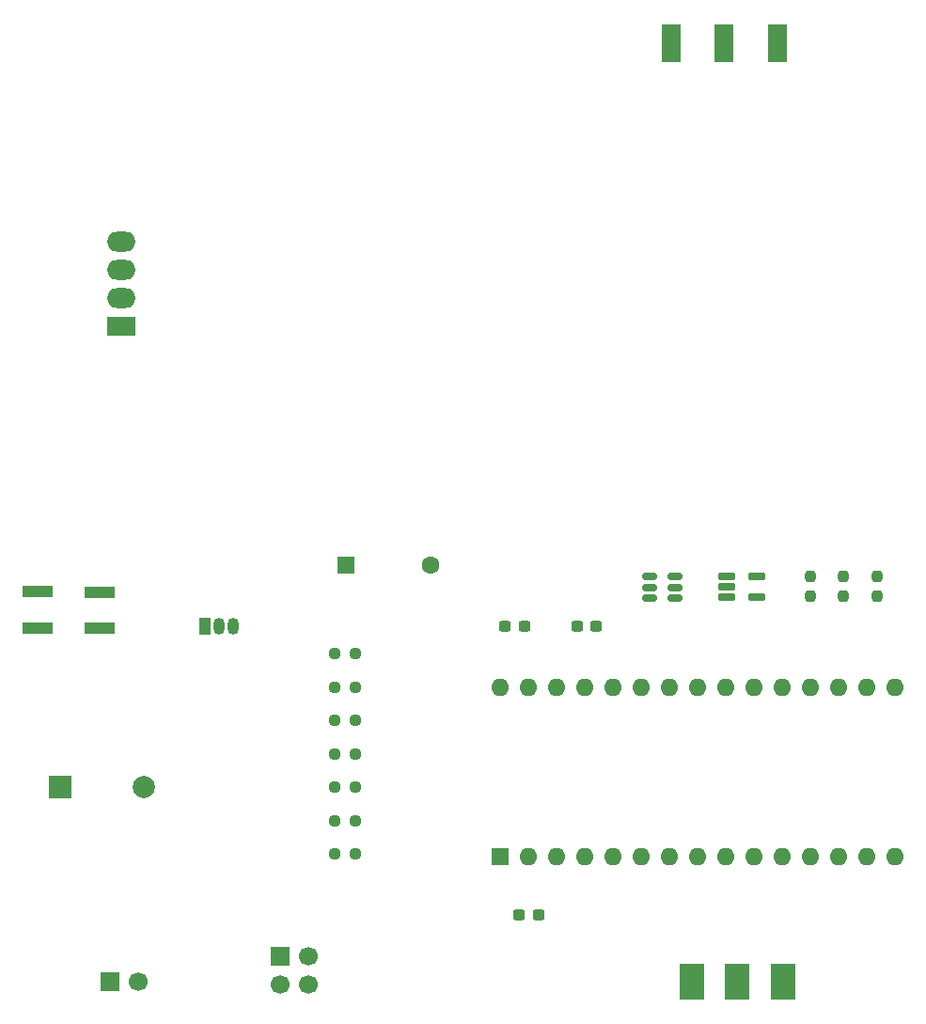
<source format=gts>
G04 #@! TF.GenerationSoftware,KiCad,Pcbnew,9.0.2*
G04 #@! TF.CreationDate,2025-06-24T21:37:24-04:00*
G04 #@! TF.ProjectId,Shortywithdisplay,53686f72-7479-4776-9974-68646973706c,rev?*
G04 #@! TF.SameCoordinates,Original*
G04 #@! TF.FileFunction,Soldermask,Top*
G04 #@! TF.FilePolarity,Negative*
%FSLAX46Y46*%
G04 Gerber Fmt 4.6, Leading zero omitted, Abs format (unit mm)*
G04 Created by KiCad (PCBNEW 9.0.2) date 2025-06-24 21:37:24*
%MOMM*%
%LPD*%
G01*
G04 APERTURE LIST*
G04 Aperture macros list*
%AMRoundRect*
0 Rectangle with rounded corners*
0 $1 Rounding radius*
0 $2 $3 $4 $5 $6 $7 $8 $9 X,Y pos of 4 corners*
0 Add a 4 corners polygon primitive as box body*
4,1,4,$2,$3,$4,$5,$6,$7,$8,$9,$2,$3,0*
0 Add four circle primitives for the rounded corners*
1,1,$1+$1,$2,$3*
1,1,$1+$1,$4,$5*
1,1,$1+$1,$6,$7*
1,1,$1+$1,$8,$9*
0 Add four rect primitives between the rounded corners*
20,1,$1+$1,$2,$3,$4,$5,0*
20,1,$1+$1,$4,$5,$6,$7,0*
20,1,$1+$1,$6,$7,$8,$9,0*
20,1,$1+$1,$8,$9,$2,$3,0*%
G04 Aperture macros list end*
%ADD10R,2.800000X1.000000*%
%ADD11RoundRect,0.237500X0.237500X-0.250000X0.237500X0.250000X-0.237500X0.250000X-0.237500X-0.250000X0*%
%ADD12R,1.050000X1.500000*%
%ADD13O,1.050000X1.500000*%
%ADD14RoundRect,0.237500X0.300000X0.237500X-0.300000X0.237500X-0.300000X-0.237500X0.300000X-0.237500X0*%
%ADD15R,2.250000X3.250000*%
%ADD16RoundRect,0.237500X0.250000X0.237500X-0.250000X0.237500X-0.250000X-0.237500X0.250000X-0.237500X0*%
%ADD17R,2.600000X1.800000*%
%ADD18O,2.600000X1.800000*%
%ADD19R,1.750000X3.350000*%
%ADD20R,1.600000X1.600000*%
%ADD21O,1.600000X1.600000*%
%ADD22RoundRect,0.162500X-0.617500X-0.162500X0.617500X-0.162500X0.617500X0.162500X-0.617500X0.162500X0*%
%ADD23R,1.700000X1.700000*%
%ADD24C,1.700000*%
%ADD25RoundRect,0.250000X-0.550000X-0.550000X0.550000X-0.550000X0.550000X0.550000X-0.550000X0.550000X0*%
%ADD26C,1.600000*%
%ADD27R,2.000000X2.000000*%
%ADD28C,2.000000*%
%ADD29RoundRect,0.150000X-0.512500X-0.150000X0.512500X-0.150000X0.512500X0.150000X-0.512500X0.150000X0*%
G04 APERTURE END LIST*
D10*
X98900000Y-86900000D03*
X104500000Y-87000000D03*
X98900000Y-90200000D03*
X104500000Y-90200000D03*
D11*
X168500000Y-87325000D03*
X168500000Y-85500000D03*
D12*
X113960000Y-90000000D03*
D13*
X115230000Y-90000000D03*
X116500000Y-90000000D03*
D14*
X149225000Y-90000000D03*
X147500000Y-90000000D03*
D11*
X171500000Y-87325000D03*
X171500000Y-85500000D03*
D15*
X157800000Y-122000000D03*
X161900000Y-122000000D03*
X166000000Y-122000000D03*
D16*
X127500000Y-107500000D03*
X125675000Y-107500000D03*
X127500000Y-95500000D03*
X125675000Y-95500000D03*
D11*
X174510000Y-87325000D03*
X174510000Y-85500000D03*
D17*
X106400500Y-63019300D03*
D18*
X106400500Y-60479300D03*
X106400500Y-57939300D03*
X106400500Y-55399300D03*
D19*
X155980000Y-37500000D03*
X160740000Y-37500000D03*
X165500000Y-37500000D03*
D20*
X140560000Y-110740000D03*
D21*
X143100000Y-110740000D03*
X145640000Y-110740000D03*
X148180000Y-110740000D03*
X150720000Y-110740000D03*
X153260000Y-110740000D03*
X155800000Y-110740000D03*
X158340000Y-110740000D03*
X160880000Y-110740000D03*
X163420000Y-110740000D03*
X165960000Y-110740000D03*
X168500000Y-110740000D03*
X171040000Y-110740000D03*
X173580000Y-110740000D03*
X176120000Y-110740000D03*
X176120000Y-95500000D03*
X173580000Y-95500000D03*
X171040000Y-95500000D03*
X168500000Y-95500000D03*
X165960000Y-95500000D03*
X163420000Y-95500000D03*
X160880000Y-95500000D03*
X158340000Y-95500000D03*
X155800000Y-95500000D03*
X153260000Y-95500000D03*
X150720000Y-95500000D03*
X148180000Y-95500000D03*
X145640000Y-95500000D03*
X143100000Y-95500000D03*
X140560000Y-95500000D03*
D16*
X127500000Y-98500000D03*
X125675000Y-98500000D03*
D22*
X161000000Y-85500000D03*
X161000000Y-86450000D03*
X161000000Y-87400000D03*
X163700000Y-87400000D03*
X163700000Y-85500000D03*
D23*
X105460000Y-122000000D03*
D24*
X108000000Y-122000000D03*
D14*
X144000000Y-116000000D03*
X142275000Y-116000000D03*
D16*
X127500000Y-101500000D03*
X125675000Y-101500000D03*
X127500000Y-104500000D03*
X125675000Y-104500000D03*
X127500000Y-92480000D03*
X125675000Y-92480000D03*
X127500000Y-110500000D03*
X125675000Y-110500000D03*
D14*
X142725000Y-90000000D03*
X141000000Y-90000000D03*
D25*
X126690000Y-84500000D03*
D26*
X134310000Y-84500000D03*
D27*
X100900000Y-104500000D03*
D28*
X108500000Y-104500000D03*
D29*
X154000000Y-85550000D03*
X154000000Y-86500000D03*
X154000000Y-87450000D03*
X156275000Y-87450000D03*
X156275000Y-86500000D03*
X156275000Y-85550000D03*
D23*
X120750000Y-119750000D03*
D24*
X120750000Y-122290000D03*
X123250000Y-119750000D03*
X123250000Y-122290000D03*
M02*

</source>
